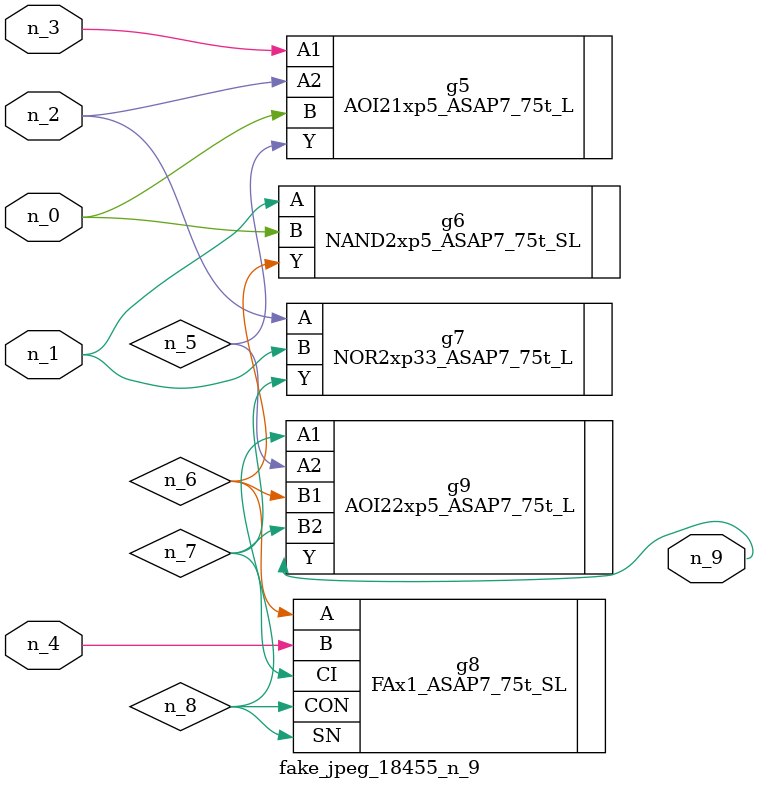
<source format=v>
module fake_jpeg_18455_n_9 (n_3, n_2, n_1, n_0, n_4, n_9);

input n_3;
input n_2;
input n_1;
input n_0;
input n_4;

output n_9;

wire n_8;
wire n_6;
wire n_5;
wire n_7;

AOI21xp5_ASAP7_75t_L g5 ( 
.A1(n_3),
.A2(n_2),
.B(n_0),
.Y(n_5)
);

NAND2xp5_ASAP7_75t_SL g6 ( 
.A(n_1),
.B(n_0),
.Y(n_6)
);

NOR2xp33_ASAP7_75t_L g7 ( 
.A(n_2),
.B(n_1),
.Y(n_7)
);

FAx1_ASAP7_75t_SL g8 ( 
.A(n_6),
.B(n_4),
.CI(n_7),
.CON(n_8),
.SN(n_8)
);

AOI22xp5_ASAP7_75t_L g9 ( 
.A1(n_8),
.A2(n_5),
.B1(n_6),
.B2(n_7),
.Y(n_9)
);


endmodule
</source>
